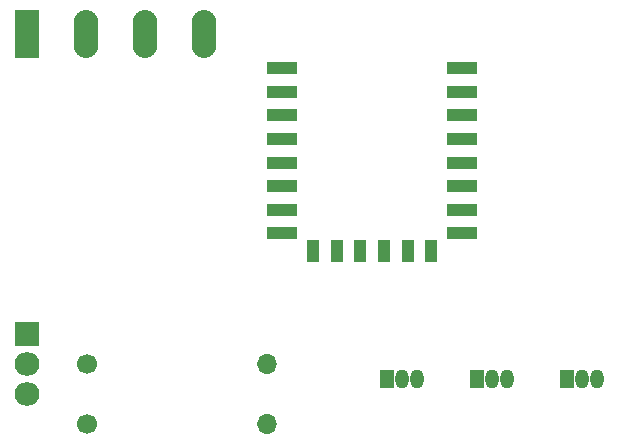
<source format=gbr>
%TF.GenerationSoftware,KiCad,Pcbnew,5.1.6*%
%TF.CreationDate,2020-11-23T13:40:36+00:00*%
%TF.ProjectId,LEDs,4c454473-2e6b-4696-9361-645f70636258,rev?*%
%TF.SameCoordinates,Original*%
%TF.FileFunction,Soldermask,Top*%
%TF.FilePolarity,Negative*%
%FSLAX46Y46*%
G04 Gerber Fmt 4.6, Leading zero omitted, Abs format (unit mm)*
G04 Created by KiCad (PCBNEW 5.1.6) date 2020-11-23 13:40:36*
%MOMM*%
%LPD*%
G01*
G04 APERTURE LIST*
%ADD10R,2.600000X1.100000*%
%ADD11R,1.100000X1.900000*%
%ADD12O,2.100000X2.005000*%
%ADD13R,2.100000X2.005000*%
%ADD14O,1.700000X1.700000*%
%ADD15C,1.700000*%
%ADD16R,1.150000X1.600000*%
%ADD17O,1.150000X1.600000*%
%ADD18O,2.080000X4.060000*%
%ADD19R,2.080000X4.060000*%
G04 APERTURE END LIST*
D10*
%TO.C,U2*%
X168890000Y-79050000D03*
X168890000Y-81050000D03*
X168890000Y-83050000D03*
X168890000Y-85050000D03*
X168890000Y-87050000D03*
X168890000Y-89050000D03*
X168890000Y-91050000D03*
X168890000Y-93050000D03*
D11*
X166290000Y-94550000D03*
X164290000Y-94550000D03*
X162290000Y-94550000D03*
X160290000Y-94550000D03*
X158290000Y-94550000D03*
X156290000Y-94550000D03*
D10*
X153690000Y-93050000D03*
X153690000Y-91050000D03*
X153690000Y-89050000D03*
X153690000Y-87050000D03*
X153690000Y-85050000D03*
X153690000Y-83050000D03*
X153690000Y-81050000D03*
X153690000Y-79050000D03*
%TD*%
D12*
%TO.C,U1*%
X132080000Y-106680000D03*
X132080000Y-104140000D03*
D13*
X132080000Y-101600000D03*
%TD*%
D14*
%TO.C,R2*%
X152400000Y-109220000D03*
D15*
X137160000Y-109220000D03*
%TD*%
D14*
%TO.C,R1*%
X152400000Y-104140000D03*
D15*
X137160000Y-104140000D03*
%TD*%
D16*
%TO.C,Q3*%
X162560000Y-105410000D03*
D17*
X165100000Y-105410000D03*
X163830000Y-105410000D03*
%TD*%
D16*
%TO.C,Q2*%
X170180000Y-105410000D03*
D17*
X172720000Y-105410000D03*
X171450000Y-105410000D03*
%TD*%
D16*
%TO.C,Q1*%
X177800000Y-105410000D03*
D17*
X180340000Y-105410000D03*
X179070000Y-105410000D03*
%TD*%
D18*
%TO.C,J1*%
X142080000Y-76200000D03*
X147080000Y-76200000D03*
X137080000Y-76200000D03*
D19*
X132080000Y-76200000D03*
%TD*%
M02*

</source>
